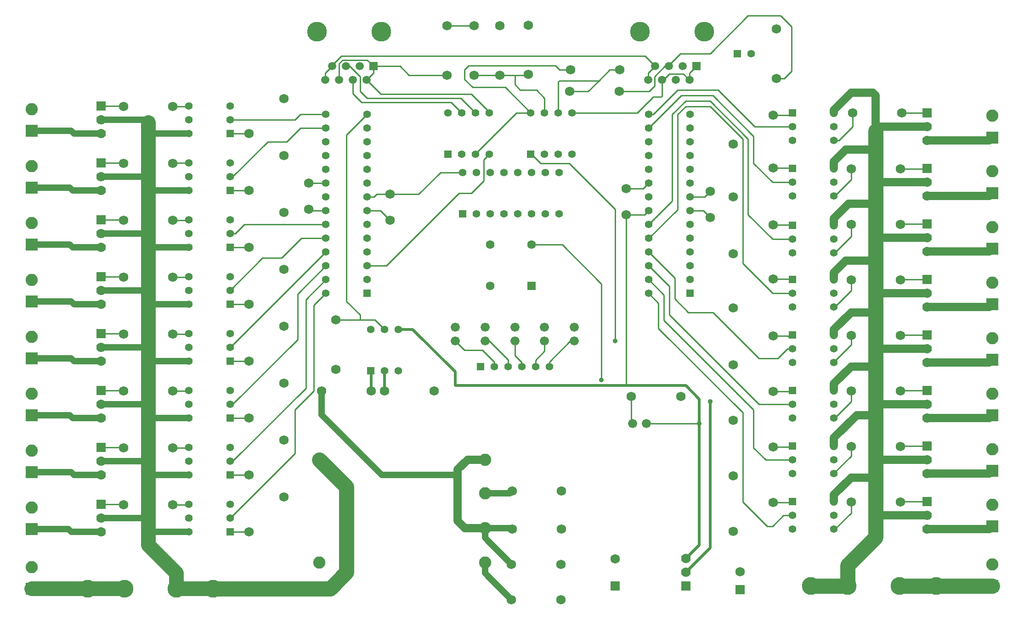
<source format=gtl>
G04 (created by PCBNEW (2013-07-07 BZR 4022)-stable) date 9/7/2014 7:10:48 AM*
%MOIN*%
G04 Gerber Fmt 3.4, Leading zero omitted, Abs format*
%FSLAX34Y34*%
G01*
G70*
G90*
G04 APERTURE LIST*
%ADD10C,0.00590551*%
%ADD11C,0.0885827*%
%ADD12C,0.07*%
%ADD13R,0.07X0.07*%
%ADD14R,0.0885827X0.0885827*%
%ADD15R,0.055X0.055*%
%ADD16C,0.055*%
%ADD17C,0.1437*%
%ADD18R,0.0591X0.0591*%
%ADD19C,0.0591*%
%ADD20C,0.0688976*%
%ADD21C,0.066*%
%ADD22R,0.0688976X0.0688976*%
%ADD23R,0.0629921X0.0629921*%
%ADD24C,0.0629921*%
%ADD25C,0.129921*%
%ADD26C,0.035*%
%ADD27C,0.01*%
%ADD28C,0.019685*%
%ADD29C,0.0472441*%
%ADD30C,0.110236*%
%ADD31C,0.0590551*%
%ADD32C,0.108268*%
G04 APERTURE END LIST*
G54D10*
G54D11*
X70472Y-75078D03*
X70472Y-82559D03*
X82480Y-75078D03*
X82480Y-77519D03*
X82480Y-80039D03*
X82480Y-82559D03*
G54D12*
X97047Y-82267D03*
X97047Y-83267D03*
G54D13*
X97047Y-84267D03*
G54D12*
X114566Y-51885D03*
X114566Y-50885D03*
G54D13*
X114566Y-49885D03*
G54D12*
X114566Y-55921D03*
X114566Y-54921D03*
G54D13*
X114566Y-53921D03*
G54D12*
X114566Y-59956D03*
X114566Y-58956D03*
G54D13*
X114566Y-57956D03*
G54D12*
X114566Y-63992D03*
X114566Y-62992D03*
G54D13*
X114566Y-61992D03*
G54D12*
X114566Y-68027D03*
X114566Y-67027D03*
G54D13*
X114566Y-66027D03*
G54D12*
X114566Y-72062D03*
X114566Y-71062D03*
G54D13*
X114566Y-70062D03*
G54D12*
X114566Y-76098D03*
X114566Y-75098D03*
G54D13*
X114566Y-74098D03*
G54D12*
X114566Y-80133D03*
X114566Y-79133D03*
G54D13*
X114566Y-78133D03*
G54D12*
X54625Y-51393D03*
X54625Y-50393D03*
G54D13*
X54625Y-49393D03*
G54D12*
X54625Y-55527D03*
X54625Y-54527D03*
G54D13*
X54625Y-53527D03*
G54D12*
X54625Y-59661D03*
X54625Y-58661D03*
G54D13*
X54625Y-57661D03*
G54D12*
X54625Y-63795D03*
X54625Y-62795D03*
G54D13*
X54625Y-61795D03*
G54D12*
X54625Y-72062D03*
X54625Y-71062D03*
G54D13*
X54625Y-70062D03*
G54D12*
X54625Y-76196D03*
X54625Y-75196D03*
G54D13*
X54625Y-74196D03*
G54D12*
X54625Y-80330D03*
X54625Y-79330D03*
G54D13*
X54625Y-78330D03*
G54D12*
X54625Y-67929D03*
X54625Y-66929D03*
G54D13*
X54625Y-65929D03*
G54D14*
X119291Y-71850D03*
G54D11*
X119291Y-70275D03*
G54D14*
X49606Y-51181D03*
G54D11*
X49606Y-49606D03*
G54D14*
X49606Y-55314D03*
G54D11*
X49606Y-53740D03*
G54D14*
X49606Y-59448D03*
G54D11*
X49606Y-57874D03*
G54D14*
X49606Y-63582D03*
G54D11*
X49606Y-62007D03*
G54D14*
X49606Y-67716D03*
G54D11*
X49606Y-66141D03*
G54D14*
X49606Y-71850D03*
G54D11*
X49606Y-70275D03*
G54D14*
X49606Y-75984D03*
G54D11*
X49606Y-74409D03*
G54D14*
X119291Y-79921D03*
G54D11*
X119291Y-78346D03*
G54D14*
X119291Y-75885D03*
G54D11*
X119291Y-74311D03*
G54D14*
X119291Y-67814D03*
G54D11*
X119291Y-66240D03*
G54D14*
X119291Y-63779D03*
G54D11*
X119291Y-62204D03*
G54D14*
X119291Y-59744D03*
G54D11*
X119291Y-58169D03*
G54D14*
X119291Y-55708D03*
G54D11*
X119291Y-54133D03*
G54D14*
X119291Y-51673D03*
G54D11*
X119291Y-50098D03*
G54D14*
X49606Y-80118D03*
G54D11*
X49606Y-78543D03*
G54D15*
X100779Y-45570D03*
G54D16*
X101779Y-45570D03*
G54D17*
X70299Y-43996D03*
X74972Y-43996D03*
G54D18*
X74387Y-46496D03*
G54D19*
X73887Y-47496D03*
X73387Y-46496D03*
X72887Y-47496D03*
X72387Y-46496D03*
X71887Y-47496D03*
X71387Y-46496D03*
X70887Y-47496D03*
G54D17*
X93724Y-43996D03*
X98397Y-43996D03*
G54D18*
X97812Y-46496D03*
G54D19*
X97312Y-47496D03*
X96812Y-46496D03*
X96312Y-47496D03*
X95812Y-46496D03*
X95312Y-47496D03*
X94812Y-46496D03*
X94312Y-47496D03*
G54D20*
X112637Y-70078D03*
X109055Y-70078D03*
X112637Y-74114D03*
X109055Y-74114D03*
X100503Y-55985D03*
X103401Y-53879D03*
X112637Y-78149D03*
X109055Y-78149D03*
X112637Y-66043D03*
X109055Y-66043D03*
X112637Y-62007D03*
X109055Y-62007D03*
X112637Y-57972D03*
X109055Y-57972D03*
X112637Y-53937D03*
X109055Y-53937D03*
X112736Y-49901D03*
X109153Y-49901D03*
X96692Y-70472D03*
X93110Y-70472D03*
X100503Y-60119D03*
X103401Y-58013D03*
X65353Y-76182D03*
X67886Y-73648D03*
X65353Y-80316D03*
X67886Y-77782D03*
X65353Y-72048D03*
X67886Y-69514D03*
X65353Y-67914D03*
X67886Y-65381D03*
X65353Y-63780D03*
X67886Y-61247D03*
X65353Y-59646D03*
X67886Y-57113D03*
X65353Y-55512D03*
X67886Y-52979D03*
X65353Y-51379D03*
X67886Y-48845D03*
X100503Y-64056D03*
X103401Y-61950D03*
X100503Y-68190D03*
X103401Y-66084D03*
X56259Y-57677D03*
X59842Y-57677D03*
X103641Y-47381D03*
X103641Y-43799D03*
X83562Y-43562D03*
X83562Y-47145D03*
X85629Y-47086D03*
X85629Y-43503D03*
X92263Y-46751D03*
X88681Y-46751D03*
X88641Y-48326D03*
X92224Y-48326D03*
X100503Y-72225D03*
X103401Y-70120D03*
X100503Y-76261D03*
X103401Y-74155D03*
X56259Y-49409D03*
X59842Y-49409D03*
X56259Y-53543D03*
X59842Y-53543D03*
X100503Y-52147D03*
X103401Y-50041D03*
X56259Y-61811D03*
X59842Y-61811D03*
X56259Y-65944D03*
X59842Y-65944D03*
X56259Y-70078D03*
X59842Y-70078D03*
X56259Y-74212D03*
X59842Y-74212D03*
X56259Y-78346D03*
X59842Y-78346D03*
X70629Y-70078D03*
X74212Y-70078D03*
X78779Y-70078D03*
X75196Y-70078D03*
X100503Y-80296D03*
X103401Y-78190D03*
G54D21*
X93200Y-72440D03*
X94200Y-72440D03*
G54D15*
X85803Y-52877D03*
G54D16*
X86803Y-52877D03*
X87803Y-52877D03*
X88803Y-52877D03*
X88803Y-49877D03*
X87803Y-49877D03*
X86803Y-49877D03*
X85803Y-49877D03*
G54D15*
X79799Y-52877D03*
G54D16*
X80799Y-52877D03*
X81799Y-52877D03*
X82799Y-52877D03*
X82799Y-49877D03*
X81799Y-49877D03*
X80799Y-49877D03*
X79799Y-49877D03*
G54D15*
X74196Y-68625D03*
G54D16*
X75196Y-68625D03*
X76196Y-68625D03*
X76196Y-65625D03*
X75196Y-65625D03*
X74196Y-65625D03*
G54D15*
X104799Y-58055D03*
G54D16*
X104799Y-59055D03*
X104799Y-60055D03*
X107799Y-60055D03*
X107799Y-59055D03*
X107799Y-58055D03*
G54D15*
X64000Y-80330D03*
G54D16*
X64000Y-79330D03*
X64000Y-78330D03*
X61000Y-78330D03*
X61000Y-79330D03*
X61000Y-80330D03*
G54D15*
X64000Y-76196D03*
G54D16*
X64000Y-75196D03*
X64000Y-74196D03*
X61000Y-74196D03*
X61000Y-75196D03*
X61000Y-76196D03*
G54D15*
X104799Y-49885D03*
G54D16*
X104799Y-50885D03*
X104799Y-51885D03*
X107799Y-51885D03*
X107799Y-50885D03*
X107799Y-49885D03*
G54D15*
X104799Y-53921D03*
G54D16*
X104799Y-54921D03*
X104799Y-55921D03*
X107799Y-55921D03*
X107799Y-54921D03*
X107799Y-53921D03*
G54D15*
X64000Y-72062D03*
G54D16*
X64000Y-71062D03*
X64000Y-70062D03*
X61000Y-70062D03*
X61000Y-71062D03*
X61000Y-72062D03*
G54D15*
X64000Y-67929D03*
G54D16*
X64000Y-66929D03*
X64000Y-65929D03*
X61000Y-65929D03*
X61000Y-66929D03*
X61000Y-67929D03*
G54D15*
X64000Y-63795D03*
G54D16*
X64000Y-62795D03*
X64000Y-61795D03*
X61000Y-61795D03*
X61000Y-62795D03*
X61000Y-63795D03*
G54D15*
X104799Y-61992D03*
G54D16*
X104799Y-62992D03*
X104799Y-63992D03*
X107799Y-63992D03*
X107799Y-62992D03*
X107799Y-61992D03*
G54D15*
X104799Y-66027D03*
G54D16*
X104799Y-67027D03*
X104799Y-68027D03*
X107799Y-68027D03*
X107799Y-67027D03*
X107799Y-66027D03*
G54D15*
X104799Y-70062D03*
G54D16*
X104799Y-71062D03*
X104799Y-72062D03*
X107799Y-72062D03*
X107799Y-71062D03*
X107799Y-70062D03*
G54D15*
X64000Y-59661D03*
G54D16*
X64000Y-58661D03*
X64000Y-57661D03*
X61000Y-57661D03*
X61000Y-58661D03*
X61000Y-59661D03*
G54D15*
X64000Y-55527D03*
G54D16*
X64000Y-54527D03*
X64000Y-53527D03*
X61000Y-53527D03*
X61000Y-54527D03*
X61000Y-55527D03*
G54D15*
X64000Y-51393D03*
G54D16*
X64000Y-50393D03*
X64000Y-49393D03*
X61000Y-49393D03*
X61000Y-50393D03*
X61000Y-51393D03*
G54D15*
X104799Y-78133D03*
G54D16*
X104799Y-79133D03*
X104799Y-80133D03*
X107799Y-80133D03*
X107799Y-79133D03*
X107799Y-78133D03*
G54D15*
X104799Y-74098D03*
G54D16*
X104799Y-75098D03*
X104799Y-76098D03*
X107799Y-76098D03*
X107799Y-75098D03*
X107799Y-74098D03*
G54D20*
X88031Y-80118D03*
X84448Y-80118D03*
X84409Y-85236D03*
X87992Y-85236D03*
X84409Y-82677D03*
X87992Y-82677D03*
X88031Y-77362D03*
X84448Y-77362D03*
X81692Y-43562D03*
X81692Y-47145D03*
X79724Y-43562D03*
X79724Y-47145D03*
G54D22*
X100984Y-84527D03*
G54D20*
X100984Y-83228D03*
G54D23*
X85866Y-62440D03*
G54D24*
X82874Y-62440D03*
X85866Y-59448D03*
X82874Y-59448D03*
G54D22*
X91929Y-84251D03*
G54D20*
X91929Y-82283D03*
G54D14*
X119291Y-84251D03*
G54D11*
X119291Y-82677D03*
G54D14*
X49606Y-84448D03*
G54D11*
X49606Y-82874D03*
G54D25*
X53661Y-84448D03*
X56318Y-84448D03*
X60098Y-84448D03*
X62755Y-84448D03*
X115236Y-84251D03*
X112578Y-84251D03*
X108799Y-84251D03*
X106141Y-84251D03*
G54D20*
X69685Y-56889D03*
X69685Y-55000D03*
X75590Y-57677D03*
X75590Y-55787D03*
X71653Y-64921D03*
X71653Y-68503D03*
G54D15*
X82145Y-68307D03*
G54D16*
X83145Y-68307D03*
X84145Y-68307D03*
X85145Y-68307D03*
X86145Y-68307D03*
X87145Y-68307D03*
G54D21*
X80314Y-66444D03*
X80314Y-65444D03*
X82480Y-66444D03*
X82480Y-65444D03*
X84645Y-66444D03*
X84645Y-65444D03*
X86811Y-66444D03*
X86811Y-65444D03*
X88976Y-66444D03*
X88976Y-65444D03*
G54D15*
X80850Y-57208D03*
G54D16*
X81850Y-57208D03*
X82850Y-57208D03*
X83850Y-57208D03*
X84850Y-57208D03*
X85850Y-57208D03*
X86850Y-57208D03*
X87850Y-57208D03*
X87850Y-54208D03*
X86850Y-54208D03*
X85850Y-54208D03*
X84850Y-54208D03*
X83850Y-54208D03*
X82850Y-54208D03*
X81850Y-54208D03*
X80850Y-54208D03*
G54D20*
X92716Y-57283D03*
X92716Y-55393D03*
X98818Y-57480D03*
X98818Y-55590D03*
G54D16*
X73940Y-61996D03*
X73940Y-60996D03*
X73940Y-59996D03*
X73940Y-58996D03*
X73940Y-57996D03*
X73940Y-56996D03*
X73940Y-55996D03*
X73940Y-54996D03*
X73940Y-53996D03*
X73940Y-52996D03*
X73940Y-51996D03*
X73940Y-50996D03*
X73940Y-49996D03*
G54D15*
X73940Y-62996D03*
G54D16*
X70940Y-49996D03*
X70940Y-50996D03*
X70940Y-51996D03*
X70940Y-52996D03*
X70940Y-53996D03*
X70940Y-54996D03*
X70940Y-55996D03*
X70940Y-56996D03*
X70940Y-57996D03*
X70940Y-58996D03*
X70940Y-59996D03*
X70940Y-60996D03*
X70940Y-61996D03*
X70940Y-62996D03*
X97366Y-61996D03*
X97366Y-60996D03*
X97366Y-59996D03*
X97366Y-58996D03*
X97366Y-57996D03*
X97366Y-56996D03*
X97366Y-55996D03*
X97366Y-54996D03*
X97366Y-53996D03*
X97366Y-52996D03*
X97366Y-51996D03*
X97366Y-50996D03*
X97366Y-49996D03*
G54D15*
X97366Y-62996D03*
G54D16*
X94366Y-49996D03*
X94366Y-50996D03*
X94366Y-51996D03*
X94366Y-52996D03*
X94366Y-53996D03*
X94366Y-54996D03*
X94366Y-55996D03*
X94366Y-56996D03*
X94366Y-57996D03*
X94366Y-58996D03*
X94366Y-59996D03*
X94366Y-60996D03*
X94366Y-61996D03*
X94366Y-62996D03*
G54D26*
X90944Y-69291D03*
X98818Y-70866D03*
X98031Y-72440D03*
X91929Y-66437D03*
G54D27*
X88681Y-46751D02*
X87893Y-46751D01*
X83956Y-48031D02*
X85803Y-49877D01*
X81594Y-48031D02*
X83956Y-48031D01*
X81003Y-47440D02*
X81594Y-48031D01*
X81003Y-46751D02*
X81003Y-47440D01*
X81299Y-46456D02*
X81003Y-46751D01*
X87598Y-46456D02*
X81299Y-46456D01*
X87893Y-46751D02*
X87598Y-46456D01*
X81799Y-52877D02*
X81799Y-52846D01*
X84767Y-49877D02*
X85803Y-49877D01*
X81799Y-52846D02*
X84767Y-49877D01*
X85866Y-59448D02*
X88090Y-59448D01*
X88090Y-59448D02*
X90944Y-62303D01*
X90944Y-67027D02*
X90944Y-62303D01*
X90944Y-67027D02*
X90944Y-69291D01*
X97366Y-56996D02*
X98334Y-56996D01*
X98334Y-56996D02*
X98818Y-57480D01*
X92716Y-55393D02*
X93968Y-55393D01*
X93968Y-55393D02*
X94366Y-54996D01*
X73940Y-56996D02*
X74909Y-56996D01*
X74909Y-56996D02*
X75590Y-57677D01*
X69685Y-55000D02*
X70937Y-55000D01*
X70937Y-55000D02*
X70940Y-54996D01*
G54D28*
X97047Y-83267D02*
X98818Y-81496D01*
X98818Y-81496D02*
X98818Y-70866D01*
G54D27*
X74387Y-46496D02*
X76318Y-46496D01*
X76968Y-47145D02*
X79724Y-47145D01*
X76318Y-46496D02*
X76968Y-47145D01*
X82799Y-49877D02*
X82799Y-49826D01*
X74915Y-48523D02*
X73887Y-47496D01*
X81496Y-48523D02*
X74915Y-48523D01*
X82799Y-49826D02*
X81496Y-48523D01*
X88803Y-49877D02*
X93527Y-49877D01*
X95312Y-48683D02*
X95312Y-47496D01*
X95275Y-48720D02*
X95312Y-48683D01*
X94685Y-48720D02*
X95275Y-48720D01*
X93527Y-49877D02*
X94685Y-48720D01*
X71887Y-47496D02*
X71887Y-46297D01*
X73931Y-46039D02*
X74387Y-46496D01*
X72145Y-46039D02*
X73931Y-46039D01*
X71887Y-46297D02*
X72145Y-46039D01*
X97312Y-47496D02*
X97312Y-46996D01*
X97312Y-46996D02*
X97812Y-46496D01*
X95312Y-47496D02*
X95417Y-47496D01*
X96864Y-47047D02*
X97312Y-47496D01*
X95866Y-47047D02*
X96864Y-47047D01*
X95417Y-47496D02*
X95866Y-47047D01*
X74387Y-46496D02*
X74387Y-46996D01*
X74387Y-46996D02*
X73887Y-47496D01*
X75590Y-55787D02*
X77677Y-55787D01*
X79255Y-54208D02*
X80850Y-54208D01*
X77677Y-55787D02*
X79255Y-54208D01*
X73940Y-55996D02*
X74417Y-55996D01*
X74625Y-55787D02*
X75590Y-55787D01*
X74417Y-55996D02*
X74625Y-55787D01*
X92716Y-57283D02*
X92716Y-69685D01*
X97366Y-55996D02*
X98413Y-55996D01*
X98413Y-55996D02*
X98818Y-55590D01*
G54D28*
X80314Y-69685D02*
X80314Y-68700D01*
X80314Y-68700D02*
X77240Y-65625D01*
X77240Y-65625D02*
X76196Y-65625D01*
X80314Y-69685D02*
X80905Y-69685D01*
X80905Y-69685D02*
X89173Y-69685D01*
X92716Y-69685D02*
X89173Y-69685D01*
X98031Y-70866D02*
X98031Y-70669D01*
X98031Y-70669D02*
X97047Y-69685D01*
X97047Y-69685D02*
X92716Y-69685D01*
X98031Y-72440D02*
X98031Y-70866D01*
G54D27*
X70940Y-56996D02*
X69791Y-56996D01*
X69791Y-56996D02*
X69685Y-56889D01*
X94200Y-72440D02*
X98031Y-72440D01*
G54D28*
X97047Y-82267D02*
X97062Y-82267D01*
X98031Y-81299D02*
X98031Y-72440D01*
X97062Y-82267D02*
X98031Y-81299D01*
G54D27*
X92716Y-57283D02*
X94078Y-57283D01*
X94078Y-57283D02*
X94366Y-56996D01*
G54D29*
X49606Y-51181D02*
X52460Y-51181D01*
X52673Y-51393D02*
X54625Y-51393D01*
X52460Y-51181D02*
X52673Y-51393D01*
G54D30*
X115236Y-84251D02*
X112578Y-84251D01*
X119291Y-84251D02*
X115236Y-84251D01*
G54D27*
X64000Y-50393D02*
X68700Y-50393D01*
X69098Y-49996D02*
X70940Y-49996D01*
X68700Y-50393D02*
X69098Y-49996D01*
X104799Y-54921D02*
X103346Y-54921D01*
X96740Y-48622D02*
X94366Y-50996D01*
X99015Y-48622D02*
X96740Y-48622D01*
X101968Y-51574D02*
X99015Y-48622D01*
X101968Y-53543D02*
X101968Y-51574D01*
X103346Y-54921D02*
X101968Y-53543D01*
X104799Y-50885D02*
X102066Y-50885D01*
X94688Y-49996D02*
X94366Y-49996D01*
X96456Y-48228D02*
X94688Y-49996D01*
X99409Y-48228D02*
X96456Y-48228D01*
X102066Y-50885D02*
X99409Y-48228D01*
X104799Y-79133D02*
X104133Y-79133D01*
X95078Y-63708D02*
X94366Y-62996D01*
X95078Y-65551D02*
X95078Y-63708D01*
X101181Y-71653D02*
X95078Y-65551D01*
X101181Y-78149D02*
X101181Y-71653D01*
X102952Y-79921D02*
X101181Y-78149D01*
X103346Y-79921D02*
X102952Y-79921D01*
X104133Y-79133D02*
X103346Y-79921D01*
X104799Y-59055D02*
X103346Y-59055D01*
X103346Y-59055D02*
X101574Y-57283D01*
X101574Y-57283D02*
X101574Y-51771D01*
X101574Y-51771D02*
X98818Y-49015D01*
X98818Y-49015D02*
X97047Y-49015D01*
X97047Y-49015D02*
X96062Y-50000D01*
X96062Y-50000D02*
X96062Y-56299D01*
X96062Y-56299D02*
X94366Y-57996D01*
X64000Y-79330D02*
X64000Y-79307D01*
X70078Y-63858D02*
X70940Y-62996D01*
X70078Y-70078D02*
X70078Y-63858D01*
X68700Y-71456D02*
X70078Y-70078D01*
X68700Y-74606D02*
X68700Y-71456D01*
X64000Y-79307D02*
X68700Y-74606D01*
X64000Y-75196D02*
X64173Y-75196D01*
X69488Y-63448D02*
X70940Y-61996D01*
X69488Y-69881D02*
X69488Y-63448D01*
X64173Y-75196D02*
X69488Y-69881D01*
X64000Y-71062D02*
X64173Y-71062D01*
X68897Y-63039D02*
X70940Y-60996D01*
X68897Y-66338D02*
X68897Y-63039D01*
X64173Y-71062D02*
X68897Y-66338D01*
X64000Y-66929D02*
X64007Y-66929D01*
X64007Y-66929D02*
X70940Y-59996D01*
X64000Y-62795D02*
X64000Y-62771D01*
X69153Y-58996D02*
X70940Y-58996D01*
X67716Y-60433D02*
X69153Y-58996D01*
X66338Y-60433D02*
X67716Y-60433D01*
X64000Y-62771D02*
X66338Y-60433D01*
X70940Y-57996D02*
X65035Y-57996D01*
X64370Y-58661D02*
X64000Y-58661D01*
X65035Y-57996D02*
X64370Y-58661D01*
X64000Y-54527D02*
X64173Y-54527D01*
X69082Y-50996D02*
X70940Y-50996D01*
X68110Y-51968D02*
X69082Y-50996D01*
X66732Y-51968D02*
X68110Y-51968D01*
X64173Y-54527D02*
X66732Y-51968D01*
X73940Y-60996D02*
X75322Y-60996D01*
X82381Y-53295D02*
X82799Y-52877D01*
X82381Y-54822D02*
X82381Y-53295D01*
X81496Y-55708D02*
X82381Y-54822D01*
X80610Y-55708D02*
X81496Y-55708D01*
X75322Y-60996D02*
X80610Y-55708D01*
X85803Y-52877D02*
X85850Y-52877D01*
X91929Y-56889D02*
X91929Y-66437D01*
X88582Y-53543D02*
X91929Y-56889D01*
X86515Y-53543D02*
X88582Y-53543D01*
X85850Y-52877D02*
X86515Y-53543D01*
X103401Y-61950D02*
X104757Y-61950D01*
X104757Y-61950D02*
X104799Y-61992D01*
X87803Y-49877D02*
X87803Y-47629D01*
X87893Y-47539D02*
X90748Y-47539D01*
X87803Y-47629D02*
X87893Y-47539D01*
X88641Y-48326D02*
X89960Y-48326D01*
X91535Y-46751D02*
X92263Y-46751D01*
X89960Y-48326D02*
X90748Y-47539D01*
X90748Y-47539D02*
X91535Y-46751D01*
X81692Y-47145D02*
X83562Y-47145D01*
X86803Y-49877D02*
X86803Y-48811D01*
X84645Y-47834D02*
X84645Y-47145D01*
X85039Y-48228D02*
X84645Y-47834D01*
X86220Y-48228D02*
X85039Y-48228D01*
X86803Y-48811D02*
X86220Y-48228D01*
X83562Y-47145D02*
X84645Y-47145D01*
X84645Y-47145D02*
X85570Y-47145D01*
X85570Y-47145D02*
X85629Y-47086D01*
X103401Y-78190D02*
X104742Y-78190D01*
X104742Y-78190D02*
X104799Y-78133D01*
X103401Y-74155D02*
X104742Y-74155D01*
X104742Y-74155D02*
X104799Y-74098D01*
X103401Y-70120D02*
X104742Y-70120D01*
X104742Y-70120D02*
X104799Y-70062D01*
X79724Y-43562D02*
X81692Y-43562D01*
X95812Y-46496D02*
X95812Y-46411D01*
X104192Y-47381D02*
X103641Y-47381D01*
X104724Y-46850D02*
X104192Y-47381D01*
X104724Y-43602D02*
X104724Y-46850D01*
X103937Y-42814D02*
X104724Y-43602D01*
X101574Y-42814D02*
X103937Y-42814D01*
X98818Y-45570D02*
X101574Y-42814D01*
X96653Y-45570D02*
X98818Y-45570D01*
X95812Y-46411D02*
X96653Y-45570D01*
X92224Y-48326D02*
X94389Y-48326D01*
X95531Y-46496D02*
X95812Y-46496D01*
X94783Y-47244D02*
X95531Y-46496D01*
X94783Y-47933D02*
X94783Y-47244D01*
X94389Y-48326D02*
X94783Y-47933D01*
G54D31*
X107799Y-49885D02*
X107799Y-49681D01*
X110826Y-48622D02*
X110826Y-51181D01*
X110629Y-48425D02*
X110826Y-48622D01*
X109055Y-48425D02*
X110629Y-48425D01*
X107799Y-49681D02*
X109055Y-48425D01*
X107799Y-53921D02*
X107799Y-53421D01*
X108661Y-52559D02*
X110826Y-52559D01*
X107799Y-53421D02*
X108661Y-52559D01*
X107799Y-58055D02*
X107799Y-57555D01*
X108858Y-56496D02*
X110826Y-56496D01*
X107799Y-57555D02*
X108858Y-56496D01*
X107799Y-61992D02*
X107799Y-61492D01*
X108661Y-60629D02*
X110826Y-60629D01*
X107799Y-61492D02*
X108661Y-60629D01*
X107799Y-66027D02*
X107799Y-65625D01*
X109055Y-64370D02*
X110826Y-64370D01*
X107799Y-65625D02*
X109055Y-64370D01*
X107799Y-70062D02*
X107799Y-69562D01*
X109055Y-68307D02*
X110826Y-68307D01*
X107799Y-69562D02*
X109055Y-68307D01*
X107799Y-74098D02*
X107799Y-73500D01*
X109448Y-71850D02*
X110826Y-71850D01*
X107799Y-73500D02*
X109448Y-71850D01*
X114566Y-50885D02*
X111122Y-50885D01*
G54D30*
X110826Y-51181D02*
X110826Y-52559D01*
X110826Y-52559D02*
X110826Y-54921D01*
G54D31*
X111122Y-50885D02*
X110826Y-51181D01*
X114566Y-54921D02*
X110826Y-54921D01*
X114566Y-58956D02*
X110826Y-58956D01*
X114566Y-62992D02*
X110826Y-62992D01*
X114566Y-67027D02*
X110826Y-67027D01*
X114566Y-71062D02*
X110826Y-71062D01*
X114566Y-75098D02*
X110826Y-75098D01*
X107799Y-78133D02*
X107799Y-77633D01*
X109055Y-76377D02*
X110826Y-76377D01*
X107799Y-77633D02*
X109055Y-76377D01*
X114566Y-79133D02*
X110826Y-79133D01*
X110826Y-79133D02*
X110826Y-79330D01*
G54D30*
X108799Y-84251D02*
X108799Y-82736D01*
X110826Y-80708D02*
X110826Y-79330D01*
X110826Y-79330D02*
X110826Y-76377D01*
X110826Y-76377D02*
X110826Y-75098D01*
X110826Y-75098D02*
X110826Y-71850D01*
X110826Y-71850D02*
X110826Y-71062D01*
X110826Y-71062D02*
X110826Y-68307D01*
X110826Y-68307D02*
X110826Y-67027D01*
X110826Y-67027D02*
X110826Y-64370D01*
X110826Y-64370D02*
X110826Y-62992D01*
X110826Y-62992D02*
X110826Y-60629D01*
X110826Y-60629D02*
X110826Y-58956D01*
X110826Y-58956D02*
X110826Y-56496D01*
X110826Y-56496D02*
X110826Y-54921D01*
X108799Y-82736D02*
X110826Y-80708D01*
X108799Y-84251D02*
X106141Y-84251D01*
G54D27*
X93110Y-70472D02*
X93110Y-72350D01*
X93110Y-72350D02*
X93200Y-72440D01*
G54D29*
X75787Y-76181D02*
X75000Y-76181D01*
X70629Y-71811D02*
X70629Y-70078D01*
X75000Y-76181D02*
X70629Y-71811D01*
X80511Y-76181D02*
X75787Y-76181D01*
X75787Y-76181D02*
X75748Y-76181D01*
X82480Y-80039D02*
X82480Y-80748D01*
X82480Y-80748D02*
X84409Y-82677D01*
X82480Y-80039D02*
X84370Y-80039D01*
X84370Y-80039D02*
X84448Y-80118D01*
G54D31*
X82480Y-80039D02*
X81023Y-80039D01*
X81220Y-75078D02*
X82480Y-75078D01*
X80511Y-75787D02*
X81220Y-75078D01*
X80511Y-79527D02*
X80511Y-76181D01*
X80511Y-76181D02*
X80511Y-75787D01*
X81023Y-80039D02*
X80511Y-79527D01*
G54D29*
X82480Y-77519D02*
X84291Y-77519D01*
X84291Y-77519D02*
X84448Y-77362D01*
X82480Y-82559D02*
X82480Y-83307D01*
X82480Y-83307D02*
X84409Y-85236D01*
G54D28*
X75196Y-70078D02*
X75196Y-68625D01*
G54D27*
X71387Y-46496D02*
X71387Y-46427D01*
X94084Y-45767D02*
X94812Y-46496D01*
X72047Y-45767D02*
X94084Y-45767D01*
X71387Y-46427D02*
X72047Y-45767D01*
X70887Y-47496D02*
X70887Y-46996D01*
X70887Y-46996D02*
X71387Y-46496D01*
X94312Y-47496D02*
X94312Y-46996D01*
X94312Y-46996D02*
X94812Y-46496D01*
X103401Y-66084D02*
X104470Y-66084D01*
X104527Y-66141D02*
X104799Y-66027D01*
X104470Y-66084D02*
X104527Y-66141D01*
G54D29*
X49606Y-75984D02*
X52460Y-75984D01*
X52673Y-76196D02*
X54625Y-76196D01*
X52460Y-75984D02*
X52673Y-76196D01*
X49606Y-80118D02*
X52263Y-80118D01*
X52476Y-80330D02*
X54625Y-80330D01*
X52263Y-80118D02*
X52476Y-80330D01*
G54D27*
X72387Y-46496D02*
X72677Y-46496D01*
X80740Y-48818D02*
X81799Y-49877D01*
X73917Y-48818D02*
X80740Y-48818D01*
X73425Y-48326D02*
X73917Y-48818D01*
X73425Y-47244D02*
X73425Y-48326D01*
X72677Y-46496D02*
X73425Y-47244D01*
G54D28*
X74212Y-70078D02*
X74212Y-68641D01*
X74212Y-68641D02*
X74196Y-68625D01*
G54D27*
X72887Y-47496D02*
X72887Y-48478D01*
X80035Y-49114D02*
X80799Y-49877D01*
X73523Y-49114D02*
X80035Y-49114D01*
X72887Y-48478D02*
X73523Y-49114D01*
X112736Y-49901D02*
X114551Y-49901D01*
X114551Y-49901D02*
X114566Y-49885D01*
X112637Y-53937D02*
X114551Y-53937D01*
X114551Y-53937D02*
X114566Y-53921D01*
X114566Y-57956D02*
X112653Y-57956D01*
X112653Y-57956D02*
X112637Y-57972D01*
X114566Y-61992D02*
X112653Y-61992D01*
X112653Y-61992D02*
X112637Y-62007D01*
X114566Y-66027D02*
X112653Y-66027D01*
X112653Y-66027D02*
X112637Y-66043D01*
X114566Y-70062D02*
X112653Y-70062D01*
X112653Y-70062D02*
X112637Y-70078D01*
G54D29*
X49606Y-71850D02*
X52362Y-71850D01*
X52574Y-72062D02*
X54625Y-72062D01*
X52362Y-71850D02*
X52574Y-72062D01*
G54D27*
X114566Y-74098D02*
X112653Y-74098D01*
X112653Y-74098D02*
X112637Y-74114D01*
X104799Y-71062D02*
X102362Y-71062D01*
X95866Y-62496D02*
X94366Y-60996D01*
X95866Y-64566D02*
X95866Y-62496D01*
X102362Y-71062D02*
X95866Y-64566D01*
X103401Y-58013D02*
X104757Y-58013D01*
X104757Y-58013D02*
X104799Y-58055D01*
X103401Y-53879D02*
X104757Y-53879D01*
X104757Y-53879D02*
X104799Y-53921D01*
X103401Y-50041D02*
X104643Y-50041D01*
X104643Y-50041D02*
X104799Y-49885D01*
X104799Y-62992D02*
X103346Y-62992D01*
X103346Y-62992D02*
X101181Y-60826D01*
X101181Y-60826D02*
X101181Y-51771D01*
X101181Y-51771D02*
X98818Y-49409D01*
X98818Y-49409D02*
X97047Y-49409D01*
X97047Y-49409D02*
X96456Y-50000D01*
X96456Y-50000D02*
X96456Y-56905D01*
X96456Y-56905D02*
X94366Y-58996D01*
X104799Y-67027D02*
X104429Y-67027D01*
X96259Y-61889D02*
X94366Y-59996D01*
X96259Y-63385D02*
X96259Y-61889D01*
X97244Y-64370D02*
X96259Y-63385D01*
X99015Y-64370D02*
X97244Y-64370D01*
X102362Y-67716D02*
X99015Y-64370D01*
X103740Y-67716D02*
X102362Y-67716D01*
X104429Y-67027D02*
X103740Y-67716D01*
X114566Y-78133D02*
X112653Y-78133D01*
X112653Y-78133D02*
X112637Y-78149D01*
X104799Y-75098D02*
X102854Y-75098D01*
X95472Y-63102D02*
X94366Y-61996D01*
X95472Y-64960D02*
X95472Y-63102D01*
X101968Y-71456D02*
X95472Y-64960D01*
X101968Y-74212D02*
X101968Y-71456D01*
X102854Y-75098D02*
X101968Y-74212D01*
X64000Y-80330D02*
X65338Y-80330D01*
X65338Y-80330D02*
X65353Y-80316D01*
G54D29*
X49606Y-67716D02*
X52460Y-67716D01*
X52460Y-67716D02*
X52673Y-67929D01*
X52673Y-67929D02*
X54625Y-67929D01*
G54D27*
X64000Y-76196D02*
X65338Y-76196D01*
X65338Y-76196D02*
X65353Y-76182D01*
X64000Y-72062D02*
X65338Y-72062D01*
X65338Y-72062D02*
X65353Y-72048D01*
X64000Y-67929D02*
X65338Y-67929D01*
X65338Y-67929D02*
X65353Y-67914D01*
X64000Y-63795D02*
X65338Y-63795D01*
X65338Y-63795D02*
X65353Y-63780D01*
X64000Y-59661D02*
X65338Y-59661D01*
X65338Y-59661D02*
X65353Y-59646D01*
X64000Y-55527D02*
X65338Y-55527D01*
X65338Y-55527D02*
X65353Y-55512D01*
X64000Y-51393D02*
X65338Y-51393D01*
X65338Y-51393D02*
X65353Y-51379D01*
X54625Y-65929D02*
X56244Y-65929D01*
X56244Y-65929D02*
X56259Y-65944D01*
X59842Y-65944D02*
X60984Y-65944D01*
X60984Y-65944D02*
X61000Y-65929D01*
X54625Y-70062D02*
X56244Y-70062D01*
X56244Y-70062D02*
X56259Y-70078D01*
G54D29*
X49606Y-63582D02*
X52460Y-63582D01*
X52673Y-63795D02*
X54625Y-63795D01*
X52460Y-63582D02*
X52673Y-63795D01*
G54D27*
X59842Y-70078D02*
X60984Y-70078D01*
X60984Y-70078D02*
X61000Y-70062D01*
X54625Y-74196D02*
X56244Y-74196D01*
X56244Y-74196D02*
X56259Y-74212D01*
X59842Y-74212D02*
X60984Y-74212D01*
X60984Y-74212D02*
X61000Y-74196D01*
X54625Y-78330D02*
X56244Y-78330D01*
X56244Y-78330D02*
X56259Y-78346D01*
X59842Y-78346D02*
X60984Y-78346D01*
X60984Y-78346D02*
X61000Y-78330D01*
G54D31*
X114566Y-51885D02*
X119078Y-51885D01*
X119078Y-51885D02*
X119291Y-51673D01*
X114566Y-80133D02*
X119078Y-80133D01*
X119078Y-80133D02*
X119291Y-79921D01*
X114566Y-76098D02*
X119078Y-76098D01*
X119078Y-76098D02*
X119291Y-75885D01*
X114566Y-72062D02*
X119078Y-72062D01*
X119078Y-72062D02*
X119291Y-71850D01*
X114566Y-68027D02*
X119078Y-68027D01*
X119078Y-68027D02*
X119291Y-67814D01*
G54D29*
X49606Y-59448D02*
X52362Y-59448D01*
X52574Y-59661D02*
X54625Y-59661D01*
X52362Y-59448D02*
X52574Y-59661D01*
G54D31*
X114566Y-63992D02*
X119078Y-63992D01*
X119078Y-63992D02*
X119291Y-63779D01*
X114566Y-59956D02*
X119078Y-59956D01*
X119078Y-59956D02*
X119291Y-59744D01*
X114566Y-55921D02*
X119078Y-55921D01*
X119078Y-55921D02*
X119291Y-55708D01*
G54D27*
X107799Y-51885D02*
X108153Y-51885D01*
X109153Y-50885D02*
X109153Y-49901D01*
X108153Y-51885D02*
X109153Y-50885D01*
X107799Y-55921D02*
X107858Y-55921D01*
X109055Y-54724D02*
X109055Y-53937D01*
X107858Y-55921D02*
X109055Y-54724D01*
X107799Y-60055D02*
X107858Y-60055D01*
X109055Y-58858D02*
X109055Y-57972D01*
X107858Y-60055D02*
X109055Y-58858D01*
X107799Y-63992D02*
X107858Y-63992D01*
X109055Y-62795D02*
X109055Y-62007D01*
X107858Y-63992D02*
X109055Y-62795D01*
X107799Y-68027D02*
X107799Y-67988D01*
X109055Y-66732D02*
X109055Y-66043D01*
X107799Y-67988D02*
X109055Y-66732D01*
X107799Y-72062D02*
X107858Y-72062D01*
X109055Y-70866D02*
X109055Y-70078D01*
X107858Y-72062D02*
X109055Y-70866D01*
X107799Y-76098D02*
X107799Y-76059D01*
X109055Y-74803D02*
X109055Y-74114D01*
X107799Y-76059D02*
X109055Y-74803D01*
G54D29*
X49606Y-55314D02*
X52362Y-55314D01*
X52362Y-55314D02*
X52574Y-55527D01*
X52574Y-55527D02*
X54625Y-55527D01*
G54D27*
X107799Y-80133D02*
X107858Y-80133D01*
X109055Y-78937D02*
X109055Y-78149D01*
X107858Y-80133D02*
X109055Y-78937D01*
X54625Y-49393D02*
X56244Y-49393D01*
X56244Y-49393D02*
X56259Y-49409D01*
X59842Y-49409D02*
X60984Y-49409D01*
X60984Y-49409D02*
X61000Y-49393D01*
X54625Y-53527D02*
X56244Y-53527D01*
X56244Y-53527D02*
X56259Y-53543D01*
X61000Y-53527D02*
X59858Y-53527D01*
X59858Y-53527D02*
X59842Y-53543D01*
X54625Y-57661D02*
X56244Y-57661D01*
X56244Y-57661D02*
X56259Y-57677D01*
X59842Y-57677D02*
X60984Y-57677D01*
X60984Y-57677D02*
X61000Y-57661D01*
X54625Y-61795D02*
X56244Y-61795D01*
X56244Y-61795D02*
X56259Y-61811D01*
X59842Y-61811D02*
X60984Y-61811D01*
X60984Y-61811D02*
X61000Y-61795D01*
G54D30*
X62755Y-84448D02*
X71259Y-84448D01*
X72440Y-77047D02*
X70472Y-75078D01*
X72440Y-83267D02*
X72440Y-77047D01*
X71259Y-84448D02*
X72440Y-83267D01*
G54D29*
X61000Y-51393D02*
X58070Y-51393D01*
X58070Y-51393D02*
X58070Y-51377D01*
X54625Y-50393D02*
X57874Y-50393D01*
G54D32*
X58070Y-50590D02*
X58070Y-51377D01*
X58070Y-51377D02*
X58070Y-54527D01*
G54D29*
X57874Y-50393D02*
X58070Y-50590D01*
X61000Y-55527D02*
X58070Y-55527D01*
X58070Y-55527D02*
X58070Y-55314D01*
X54625Y-54527D02*
X58070Y-54527D01*
X61000Y-59661D02*
X58070Y-59661D01*
X58070Y-59661D02*
X58070Y-59645D01*
X54625Y-58661D02*
X58070Y-58661D01*
X61000Y-63795D02*
X58070Y-63795D01*
X58070Y-63795D02*
X58070Y-63582D01*
X54625Y-62795D02*
X58070Y-62795D01*
X61000Y-67929D02*
X58070Y-67929D01*
X58070Y-67929D02*
X58070Y-67913D01*
X54625Y-66929D02*
X58070Y-66929D01*
X58070Y-66929D02*
X58070Y-67125D01*
X61000Y-72062D02*
X58070Y-72062D01*
X58070Y-72062D02*
X58070Y-71850D01*
X54625Y-71062D02*
X58070Y-71062D01*
X54625Y-75196D02*
X58070Y-75196D01*
X58070Y-75196D02*
X58070Y-75393D01*
X61000Y-76196D02*
X58070Y-76196D01*
X58070Y-76196D02*
X58070Y-76181D01*
X54625Y-79330D02*
X58070Y-79330D01*
X61000Y-80330D02*
X58070Y-80330D01*
X58070Y-80330D02*
X58070Y-80118D01*
G54D32*
X60098Y-84448D02*
X60098Y-83326D01*
X58070Y-81299D02*
X58070Y-80118D01*
X58070Y-80118D02*
X58070Y-79330D01*
X58070Y-79330D02*
X58070Y-76181D01*
X58070Y-76181D02*
X58070Y-75393D01*
X58070Y-75393D02*
X58070Y-71850D01*
X58070Y-71850D02*
X58070Y-71062D01*
X58070Y-71062D02*
X58070Y-67913D01*
X58070Y-67913D02*
X58070Y-67125D01*
X58070Y-67125D02*
X58070Y-63582D01*
X58070Y-63582D02*
X58070Y-62795D01*
X58070Y-62795D02*
X58070Y-59645D01*
X58070Y-59645D02*
X58070Y-58661D01*
X58070Y-58661D02*
X58070Y-55314D01*
X58070Y-55314D02*
X58070Y-54527D01*
X60098Y-83326D02*
X58070Y-81299D01*
X60098Y-84448D02*
X62755Y-84448D01*
G54D27*
X84145Y-68307D02*
X84145Y-67807D01*
X82783Y-66444D02*
X82480Y-66444D01*
X84145Y-67807D02*
X82783Y-66444D01*
X85145Y-68307D02*
X85145Y-68019D01*
X84645Y-67519D02*
X84645Y-66444D01*
X85145Y-68019D02*
X84645Y-67519D01*
X86145Y-68307D02*
X86145Y-67838D01*
X86811Y-67173D02*
X86811Y-66444D01*
X86145Y-67838D02*
X86811Y-67173D01*
X87145Y-68307D02*
X87145Y-67972D01*
X88673Y-66444D02*
X88976Y-66444D01*
X87145Y-67972D02*
X88673Y-66444D01*
G54D32*
X53661Y-84448D02*
X56318Y-84448D01*
X49606Y-84448D02*
X53661Y-84448D01*
G54D27*
X83145Y-68307D02*
X83145Y-67988D01*
X80996Y-67125D02*
X80314Y-66444D01*
X82283Y-67125D02*
X80996Y-67125D01*
X83145Y-67988D02*
X82283Y-67125D01*
X73425Y-64921D02*
X73425Y-64566D01*
X72440Y-51496D02*
X73940Y-49996D01*
X72440Y-63582D02*
X72440Y-51496D01*
X73425Y-64566D02*
X72440Y-63582D01*
X71653Y-64921D02*
X73425Y-64921D01*
X73425Y-64921D02*
X74492Y-64921D01*
X74492Y-64921D02*
X75196Y-65625D01*
M02*

</source>
